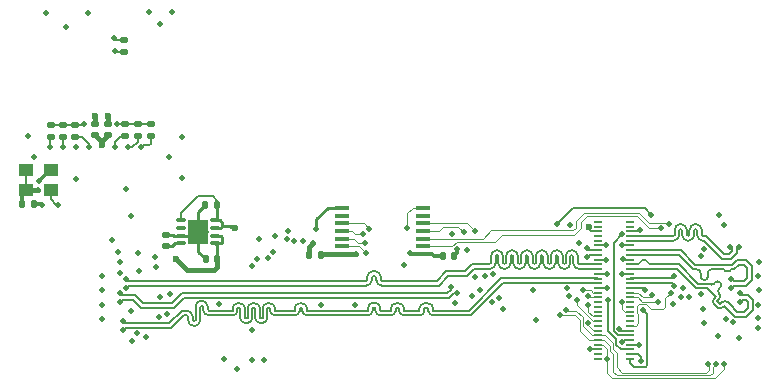
<source format=gbr>
%TF.GenerationSoftware,KiCad,Pcbnew,(6.0.7)*%
%TF.CreationDate,2022-09-26T14:07:28+03:00*%
%TF.ProjectId,202-combi-v0.2,3230322d-636f-46d6-9269-2d76302e322e,rev?*%
%TF.SameCoordinates,PX328b740PY3479d68*%
%TF.FileFunction,Copper,L6,Bot*%
%TF.FilePolarity,Positive*%
%FSLAX46Y46*%
G04 Gerber Fmt 4.6, Leading zero omitted, Abs format (unit mm)*
G04 Created by KiCad (PCBNEW (6.0.7)) date 2022-09-26 14:07:28*
%MOMM*%
%LPD*%
G01*
G04 APERTURE LIST*
G04 Aperture macros list*
%AMRoundRect*
0 Rectangle with rounded corners*
0 $1 Rounding radius*
0 $2 $3 $4 $5 $6 $7 $8 $9 X,Y pos of 4 corners*
0 Add a 4 corners polygon primitive as box body*
4,1,4,$2,$3,$4,$5,$6,$7,$8,$9,$2,$3,0*
0 Add four circle primitives for the rounded corners*
1,1,$1+$1,$2,$3*
1,1,$1+$1,$4,$5*
1,1,$1+$1,$6,$7*
1,1,$1+$1,$8,$9*
0 Add four rect primitives between the rounded corners*
20,1,$1+$1,$2,$3,$4,$5,0*
20,1,$1+$1,$4,$5,$6,$7,0*
20,1,$1+$1,$6,$7,$8,$9,0*
20,1,$1+$1,$8,$9,$2,$3,0*%
G04 Aperture macros list end*
%TA.AperFunction,SMDPad,CuDef*%
%ADD10R,0.660400X0.254000*%
%TD*%
%TA.AperFunction,SMDPad,CuDef*%
%ADD11RoundRect,0.075000X0.325000X0.075000X-0.325000X0.075000X-0.325000X-0.075000X0.325000X-0.075000X0*%
%TD*%
%TA.AperFunction,SMDPad,CuDef*%
%ADD12R,1.700000X2.050000*%
%TD*%
%TA.AperFunction,SMDPad,CuDef*%
%ADD13RoundRect,0.140000X-0.170000X0.140000X-0.170000X-0.140000X0.170000X-0.140000X0.170000X0.140000X0*%
%TD*%
%TA.AperFunction,SMDPad,CuDef*%
%ADD14RoundRect,0.140000X0.140000X0.170000X-0.140000X0.170000X-0.140000X-0.170000X0.140000X-0.170000X0*%
%TD*%
%TA.AperFunction,SMDPad,CuDef*%
%ADD15RoundRect,0.135000X0.185000X-0.135000X0.185000X0.135000X-0.185000X0.135000X-0.185000X-0.135000X0*%
%TD*%
%TA.AperFunction,SMDPad,CuDef*%
%ADD16RoundRect,0.135000X-0.185000X0.135000X-0.185000X-0.135000X0.185000X-0.135000X0.185000X0.135000X0*%
%TD*%
%TA.AperFunction,SMDPad,CuDef*%
%ADD17R,1.200000X0.400000*%
%TD*%
%TA.AperFunction,SMDPad,CuDef*%
%ADD18R,1.300000X1.100000*%
%TD*%
%TA.AperFunction,SMDPad,CuDef*%
%ADD19RoundRect,0.140000X-0.140000X-0.170000X0.140000X-0.170000X0.140000X0.170000X-0.140000X0.170000X0*%
%TD*%
%TA.AperFunction,SMDPad,CuDef*%
%ADD20RoundRect,0.140000X0.170000X-0.140000X0.170000X0.140000X-0.170000X0.140000X-0.170000X-0.140000X0*%
%TD*%
%TA.AperFunction,ViaPad*%
%ADD21C,0.500000*%
%TD*%
%TA.AperFunction,ViaPad*%
%ADD22C,0.600000*%
%TD*%
%TA.AperFunction,Conductor*%
%ADD23C,0.120000*%
%TD*%
%TA.AperFunction,Conductor*%
%ADD24C,0.400000*%
%TD*%
%TA.AperFunction,Conductor*%
%ADD25C,0.150000*%
%TD*%
%TA.AperFunction,Conductor*%
%ADD26C,0.250000*%
%TD*%
%TA.AperFunction,Conductor*%
%ADD27C,0.127000*%
%TD*%
%TA.AperFunction,Conductor*%
%ADD28C,0.200000*%
%TD*%
%TA.AperFunction,Conductor*%
%ADD29C,0.300000*%
%TD*%
%TA.AperFunction,Conductor*%
%ADD30C,0.176000*%
%TD*%
G04 APERTURE END LIST*
D10*
%TO.P,P8,1,LEFT_CSI3+*%
%TO.N,unconnected-(P8-Pad1)*%
X52495001Y-19175001D03*
%TO.P,P8,2,reserved*%
%TO.N,unconnected-(P8-Pad2)*%
X49784999Y-19175001D03*
%TO.P,P8,3,LEFT_CSI3-*%
%TO.N,unconnected-(P8-Pad3)*%
X52495001Y-19575001D03*
%TO.P,P8,4,reserved*%
%TO.N,unconnected-(P8-Pad4)*%
X49784999Y-19575001D03*
%TO.P,P8,5,GND*%
%TO.N,GND*%
X52495001Y-19975000D03*
%TO.P,P8,6,3V3*%
%TO.N,+3.3V*%
X49784999Y-19975000D03*
%TO.P,P8,7,LEFT_CSI2+*%
%TO.N,/CSI_L_RX_D2_P*%
X52495001Y-20375002D03*
%TO.P,P8,8,reserved*%
%TO.N,unconnected-(P8-Pad8)*%
X49784999Y-20375002D03*
%TO.P,P8,9,LEFT_CSI2-*%
%TO.N,/CSI_L_RX_D2_N*%
X52495001Y-20775001D03*
%TO.P,P8,10,reserved*%
%TO.N,unconnected-(P8-Pad10)*%
X49784999Y-20775001D03*
%TO.P,P8,11,GND*%
%TO.N,GND*%
X52495001Y-21175000D03*
%TO.P,P8,12,1V8*%
%TO.N,+1V8*%
X49784999Y-21175000D03*
%TO.P,P8,13,LEFT_CSI1+*%
%TO.N,/CSI_L_RX_D1_P*%
X52495001Y-21574999D03*
%TO.P,P8,14,RIGHT_CSI1+*%
%TO.N,/CSI_R_RX_D1_P*%
X49784999Y-21574999D03*
%TO.P,P8,15,LEFT_CSI1-*%
%TO.N,/CSI_L_RX_D1_N*%
X52495001Y-21975001D03*
%TO.P,P8,16,RIGHT_CSI1-*%
%TO.N,/CSI_R_RX_D1_N*%
X49784999Y-21975001D03*
%TO.P,P8,17,GND*%
%TO.N,GND*%
X52495001Y-22375000D03*
%TO.P,P8,18,GND*%
X49784999Y-22375000D03*
%TO.P,P8,19,LEFT_CSI0+*%
%TO.N,/CSI_L_RX_D0_P*%
X52495001Y-22774999D03*
%TO.P,P8,20,RIGHT_CSI0+*%
%TO.N,/CSI_R_RX_D0_P*%
X49784999Y-22774999D03*
%TO.P,P8,21,LEFT_CSI0-*%
%TO.N,/CSI_L_RX_D0_N*%
X52495001Y-23175001D03*
%TO.P,P8,22,RIGHT_CSI0-*%
%TO.N,/CSI_R_RX_D0_N*%
X49784999Y-23175001D03*
%TO.P,P8,23,GND*%
%TO.N,GND*%
X52495001Y-23575000D03*
%TO.P,P8,24,3V3*%
%TO.N,+3.3V*%
X49784999Y-23575000D03*
%TO.P,P8,25,LEFT_CSI_CLK+*%
%TO.N,/CSI_L_RX_CLK_P*%
X52495001Y-23974999D03*
%TO.P,P8,26,RIGHT_CSI_CLK+*%
%TO.N,/CSI_R_RX_CLK_P*%
X49784999Y-23974999D03*
%TO.P,P8,27,LEFT_CSI_CLK-*%
%TO.N,/CSI_L_RX_CLK_N*%
X52495001Y-24375001D03*
%TO.P,P8,28,RIGHT_CSI_CLK-*%
%TO.N,/CSI_R_RX_CLK_N*%
X49784999Y-24375001D03*
%TO.P,P8,29,GND*%
%TO.N,GND*%
X52495001Y-24775000D03*
%TO.P,P8,30,1V8*%
%TO.N,+1V8*%
X49784999Y-24775000D03*
%TO.P,P8,31,LEFT_SCL*%
%TO.N,/LEFT_SCL*%
X52495001Y-25175000D03*
%TO.P,P8,32,RIGHT_SCL*%
%TO.N,/RIGHT_SCL*%
X49784999Y-25175000D03*
%TO.P,P8,33,LEFT_SDA*%
%TO.N,/LEFT_SDA*%
X52495001Y-25574999D03*
%TO.P,P8,34,RIGHT_SDA*%
%TO.N,/RIGHT_SDA*%
X49784999Y-25574999D03*
%TO.P,P8,35,NC*%
%TO.N,unconnected-(P8-Pad35)*%
X52495001Y-25975001D03*
%TO.P,P8,36,STEM_SCL*%
%TO.N,/STEM_SCL*%
X49784999Y-25975001D03*
%TO.P,P8,37,NC*%
%TO.N,unconnected-(P8-Pad37)*%
X52495001Y-26375000D03*
%TO.P,P8,38,STEM_SDA*%
%TO.N,/STEM_SDA*%
X49784999Y-26375000D03*
%TO.P,P8,39,OE_CAM*%
%TO.N,/OE_CAM*%
X52495001Y-26774999D03*
%TO.P,P8,40,STEM_INT*%
%TO.N,/STEM_INT*%
X49784999Y-26774999D03*
%TO.P,P8,41,OE_SOUND*%
%TO.N,unconnected-(P8-Pad41)*%
X52495001Y-27175001D03*
%TO.P,P8,42,SYS_SCL*%
%TO.N,/SYS_SCL*%
X49784999Y-27175001D03*
%TO.P,P8,43,SYS_PRG#*%
%TO.N,unconnected-(P8-Pad43)*%
X52495001Y-27575000D03*
%TO.P,P8,44,SYS_SDA*%
%TO.N,/SYS_SDA*%
X49784999Y-27575000D03*
%TO.P,P8,45,SYS_EX_nINT*%
%TO.N,/SYS_EX_nINT*%
X52495001Y-27974999D03*
%TO.P,P8,46,MCU_SYS_INT*%
%TO.N,unconnected-(P8-Pad46)*%
X49784999Y-27974999D03*
%TO.P,P8,47,SD_CS_SOM*%
%TO.N,/CDS*%
X52495001Y-28374998D03*
%TO.P,P8,48,I2S_D2*%
%TO.N,/I2S_D2*%
X49784999Y-28374998D03*
%TO.P,P8,49,SD_D3*%
%TO.N,/DAT3*%
X52495001Y-28775000D03*
%TO.P,P8,50,I2S_D1*%
%TO.N,/I2S_D1*%
X49784999Y-28775000D03*
%TO.P,P8,51,SD_D2*%
%TO.N,/DAT2*%
X52495001Y-29174999D03*
%TO.P,P8,52,I2S_LRCLK*%
%TO.N,/I2S_LRCLK*%
X49784999Y-29174999D03*
%TO.P,P8,53,SD_D1*%
%TO.N,/DAT1*%
X52495001Y-29574998D03*
%TO.P,P8,54,I2S_SCK*%
%TO.N,/I2S_SCK*%
X49784999Y-29574998D03*
%TO.P,P8,55,SD_D0*%
%TO.N,/DAT0*%
X52495001Y-29975000D03*
%TO.P,P8,56,GND*%
%TO.N,GND*%
X49784999Y-29975000D03*
%TO.P,P8,57,SD_CLK*%
%TO.N,/CLK*%
X52495001Y-30374999D03*
%TO.P,P8,58,USD_D+*%
%TO.N,unconnected-(P8-Pad58)*%
X49784999Y-30374999D03*
%TO.P,P8,59,SD_CMD*%
%TO.N,/CMD*%
X52495001Y-30774999D03*
%TO.P,P8,60,USB_D-*%
%TO.N,unconnected-(P8-Pad60)*%
X49784999Y-30774999D03*
%TD*%
D11*
%TO.P,U6,1,IN*%
%TO.N,+3.3V*%
X17362500Y-19050000D03*
%TO.P,U6,2,IN*%
X17362500Y-19700000D03*
%TO.P,U6,3,OUT*%
%TO.N,+2V8*%
X17362500Y-20350000D03*
%TO.P,U6,4,OUT*%
X17362500Y-21000000D03*
%TO.P,U6,5,NR/FB*%
%TO.N,Net-(C20-Pad1)*%
X14462500Y-21000000D03*
%TO.P,U6,6,GND*%
%TO.N,GND*%
X14462500Y-20350000D03*
%TO.P,U6,7,N/C*%
%TO.N,unconnected-(U6-Pad7)*%
X14462500Y-19700000D03*
%TO.P,U6,8,EN*%
%TO.N,+3.3V*%
X14462500Y-19050000D03*
D12*
%TO.P,U6,9,EP*%
%TO.N,GND*%
X15912500Y-20025000D03*
%TD*%
D13*
%TO.P,C1,1*%
%TO.N,GND*%
X8230000Y-10885000D03*
%TO.P,C1,2*%
%TO.N,+3.3V*%
X8230000Y-11845000D03*
%TD*%
D14*
%TO.P,C11,1*%
%TO.N,+3.3V*%
X26280000Y-21975000D03*
%TO.P,C11,2*%
%TO.N,GND*%
X25320000Y-21975000D03*
%TD*%
D15*
%TO.P,R8,1*%
%TO.N,/CLK*%
X5475000Y-11960000D03*
%TO.P,R8,2*%
%TO.N,+3.3V*%
X5475000Y-10940000D03*
%TD*%
%TO.P,R5,1*%
%TO.N,/DAT2*%
X11875000Y-11900000D03*
%TO.P,R5,2*%
%TO.N,+3.3V*%
X11875000Y-10880000D03*
%TD*%
%TO.P,R9,1*%
%TO.N,/DAT0*%
X4450000Y-11960000D03*
%TO.P,R9,2*%
%TO.N,+3.3V*%
X4450000Y-10940000D03*
%TD*%
%TO.P,R7,1*%
%TO.N,/CMD*%
X9700000Y-11900000D03*
%TO.P,R7,2*%
%TO.N,+3.3V*%
X9700000Y-10880000D03*
%TD*%
D16*
%TO.P,R11,1*%
%TO.N,/CDS*%
X9600000Y-3765000D03*
%TO.P,R11,2*%
%TO.N,+3.3V*%
X9600000Y-4785000D03*
%TD*%
D17*
%TO.P,U1,1,VCCA*%
%TO.N,+3.3V*%
X28050000Y-21900000D03*
%TO.P,U1,2,A1*%
%TO.N,/I2C_SCL_1v8_LEFT*%
X28050000Y-21250000D03*
%TO.P,U1,3,A2*%
%TO.N,/I2C_SDA_1v8_LEFT*%
X28050000Y-20600000D03*
%TO.P,U1,4,A3*%
%TO.N,/I2C_SCL_1v8_RIGHT*%
X28050000Y-19950000D03*
%TO.P,U1,5,A4*%
%TO.N,/I2C_SDA_1v8_RIGHT*%
X28050000Y-19300000D03*
%TO.P,U1,6*%
%TO.N,N/C*%
X28050000Y-18650000D03*
%TO.P,U1,7,GND*%
%TO.N,GND*%
X28050000Y-18000000D03*
%TO.P,U1,8,OE*%
%TO.N,/OE_CAM*%
X34950000Y-18000000D03*
%TO.P,U1,9*%
%TO.N,N/C*%
X34950000Y-18650000D03*
%TO.P,U1,10,B4*%
%TO.N,/RIGHT_SDA*%
X34950000Y-19300000D03*
%TO.P,U1,11,B3*%
%TO.N,/RIGHT_SCL*%
X34950000Y-19950000D03*
%TO.P,U1,12,B2*%
%TO.N,/LEFT_SDA*%
X34950000Y-20600000D03*
%TO.P,U1,13,B1*%
%TO.N,/LEFT_SCL*%
X34950000Y-21250000D03*
%TO.P,U1,14,VCCB*%
%TO.N,+1V8*%
X34950000Y-21900000D03*
%TD*%
D13*
%TO.P,C2,1*%
%TO.N,GND*%
X7200000Y-10895000D03*
%TO.P,C2,2*%
%TO.N,+3.3V*%
X7200000Y-11855000D03*
%TD*%
D15*
%TO.P,R10,1*%
%TO.N,/DAT1*%
X3400000Y-11960000D03*
%TO.P,R10,2*%
%TO.N,+3.3V*%
X3400000Y-10940000D03*
%TD*%
D18*
%TO.P,U3,1,TRI-STATE*%
%TO.N,+3.3V*%
X1345900Y-14800000D03*
%TO.P,U3,2,GND/CASE*%
%TO.N,GND*%
X3454100Y-14800000D03*
%TO.P,U3,3,OUTPUT*%
%TO.N,/EXTCLK*%
X3454100Y-16450000D03*
%TO.P,U3,4,VDD*%
%TO.N,+3.3V*%
X1345900Y-16450000D03*
%TD*%
D19*
%TO.P,C18,1*%
%TO.N,+3.3V*%
X1020000Y-17675000D03*
%TO.P,C18,2*%
%TO.N,GND*%
X1980000Y-17675000D03*
%TD*%
%TO.P,C9,1*%
%TO.N,+1V8*%
X36620000Y-22075000D03*
%TO.P,C9,2*%
%TO.N,GND*%
X37580000Y-22075000D03*
%TD*%
D14*
%TO.P,C21,1*%
%TO.N,+2V8*%
X17505000Y-22350000D03*
%TO.P,C21,2*%
%TO.N,GND*%
X16545000Y-22350000D03*
%TD*%
D20*
%TO.P,C20,1*%
%TO.N,Net-(C20-Pad1)*%
X13200000Y-21230000D03*
%TO.P,C20,2*%
%TO.N,GND*%
X13200000Y-20270000D03*
%TD*%
D14*
%TO.P,C19,1*%
%TO.N,+3.3V*%
X17480000Y-17725000D03*
%TO.P,C19,2*%
%TO.N,GND*%
X16520000Y-17725000D03*
%TD*%
D15*
%TO.P,R6,1*%
%TO.N,/DAT3*%
X10795000Y-11900000D03*
%TO.P,R6,2*%
%TO.N,+3.3V*%
X10795000Y-10880000D03*
%TD*%
D21*
%TO.N,/SYS_EX_nINT*%
X48175000Y-20925000D03*
X55900000Y-25175000D03*
D22*
%TO.N,+2V8*%
X14050000Y-22350000D03*
%TO.N,+3.3V*%
X19000000Y-19675000D03*
D21*
%TO.N,GND*%
X16525000Y-20025000D03*
X15325000Y-20025000D03*
X15912500Y-20025000D03*
X51825000Y-23575000D03*
X53275000Y-19825000D03*
X6550000Y-1525000D03*
X13675000Y-1425000D03*
X20475000Y-30875000D03*
X44250000Y-24950000D03*
X50450000Y-22375000D03*
X53725000Y-24950000D03*
D22*
X7175000Y-10200000D03*
D21*
X63300000Y-26175000D03*
X18125000Y-30825000D03*
X37400000Y-20175000D03*
X2675000Y-17750000D03*
X7800000Y-23775000D03*
X49050000Y-29975000D03*
X9825000Y-16375000D03*
X9250000Y-23500000D03*
X7725000Y-27425000D03*
X12700000Y-2425000D03*
X51800000Y-21175000D03*
X23475000Y-19950000D03*
D22*
X8225000Y-10175000D03*
D21*
X14550000Y-15425000D03*
X17650000Y-26150000D03*
X5550000Y-15575000D03*
X11750000Y-1425000D03*
X63350000Y-22575000D03*
X37800000Y-21450000D03*
X29150000Y-26200000D03*
X7750000Y-24975000D03*
X10850000Y-23375000D03*
X13450000Y-13725000D03*
X37625000Y-26025000D03*
X3050000Y-1525000D03*
X4750000Y-2650000D03*
X1500000Y-11875000D03*
X63300000Y-23775000D03*
X7775000Y-26175000D03*
X63300000Y-28175000D03*
X25900000Y-19800000D03*
X63350000Y-24950000D03*
X2025000Y-13725000D03*
X51850000Y-22350000D03*
X58625000Y-26575000D03*
X5550000Y-12875000D03*
X25650000Y-20950000D03*
X9125000Y-21750000D03*
X47375000Y-19475000D03*
X14525000Y-12025000D03*
X2450000Y-15725000D03*
%TO.N,+3.3V*%
X10825000Y-21800000D03*
X50500000Y-23575000D03*
X8850000Y-4750000D03*
X29250000Y-21900000D03*
X59900000Y-28825000D03*
X9000000Y-10875000D03*
X6225000Y-10925000D03*
X2325000Y-16450000D03*
D22*
X48975000Y-19650000D03*
D21*
X10225000Y-18650000D03*
D22*
X7747998Y-12647998D03*
D21*
%TO.N,+1V8*%
X24800000Y-20825000D03*
X12350000Y-22975000D03*
X60575000Y-27400000D03*
X21500000Y-30900000D03*
X44475000Y-27525000D03*
X33850000Y-21825000D03*
X50525000Y-24775000D03*
X50462500Y-21175000D03*
%TO.N,+2V8*%
X12250000Y-22175000D03*
X58750000Y-27775000D03*
%TO.N,/EXTCLK*%
X4075000Y-17725000D03*
X54275000Y-18575000D03*
X46250000Y-19375000D03*
%TO.N,/LEFT_SCL*%
X55125000Y-19700000D03*
X54300000Y-25400000D03*
%TO.N,/RIGHT_SCL*%
X48475000Y-24950000D03*
X38400000Y-20075000D03*
%TO.N,/LEFT_SDA*%
X54825000Y-25925000D03*
X55800000Y-19325000D03*
%TO.N,/RIGHT_SDA*%
X48912500Y-25425000D03*
X39375000Y-19975000D03*
%TO.N,/LEFT_PWRDN*%
X20425000Y-22950000D03*
X41361535Y-25638596D03*
X60400000Y-19425000D03*
X63275000Y-27350000D03*
%TO.N,/LEFT_RESET*%
X20875000Y-22350000D03*
X60025000Y-18575000D03*
X61660439Y-29010439D03*
X40748433Y-25948433D03*
%TO.N,/LEFT_ATT_INT*%
X61200000Y-27675000D03*
X41675000Y-26520500D03*
%TO.N,/LEFT_ATT_XSHUT*%
X58474500Y-25250000D03*
X39800000Y-24925000D03*
%TO.N,/RIGHT_PWRDN*%
X26275000Y-26175000D03*
X39050000Y-25425000D03*
X9300000Y-22575000D03*
%TO.N,/RIGHT_RESET*%
X21025000Y-20640500D03*
X8575000Y-20750000D03*
X40850000Y-23625000D03*
%TO.N,/RIGHT_ATT_INT*%
X40225000Y-23775000D03*
X21775500Y-22275000D03*
X22377061Y-20347939D03*
X13550000Y-25275000D03*
%TO.N,/RIGHT_ATT_XSHUT*%
X22200000Y-21700000D03*
X12700000Y-25525000D03*
X39300000Y-23825000D03*
%TO.N,Net-(R4-Pad1)*%
X20425000Y-28300000D03*
X19200000Y-31625000D03*
%TO.N,/SYS_SDA_1V8*%
X24000000Y-20800000D03*
X47147939Y-24802061D03*
%TO.N,/SYS_SCL_1V8*%
X47300000Y-25475000D03*
X23400000Y-20600000D03*
%TO.N,/DAT2*%
X51750000Y-29375000D03*
X11050000Y-12825000D03*
%TO.N,/DAT3*%
X51800000Y-20200000D03*
X9950000Y-12850000D03*
%TO.N,/CMD*%
X8850000Y-12850000D03*
X53550000Y-26625000D03*
%TO.N,/CLK*%
X6650000Y-12850000D03*
X53400000Y-30975000D03*
%TO.N,/DAT0*%
X50575000Y-25800000D03*
X4450000Y-12800000D03*
%TO.N,/DAT1*%
X3350000Y-12825000D03*
X53225000Y-29575000D03*
%TO.N,/CDS*%
X51562500Y-28225000D03*
X8762500Y-3587500D03*
%TO.N,/I2C_SCL_1v8_LEFT*%
X56125000Y-26150000D03*
X30125000Y-21850000D03*
%TO.N,/I2C_SDA_1v8_LEFT*%
X30000000Y-20925000D03*
X57469990Y-25569990D03*
%TO.N,/I2S_SCK*%
X50550000Y-30750000D03*
X10275000Y-29225000D03*
X56813628Y-25508498D03*
X60400000Y-31225000D03*
%TO.N,/I2S_LRCLK*%
X10725000Y-28625000D03*
X56925000Y-24775000D03*
X46550000Y-27081500D03*
X59763999Y-31216378D03*
%TO.N,/I2S_D1*%
X58475000Y-22100000D03*
X59100000Y-31225000D03*
X12550000Y-27200000D03*
X47075000Y-26625000D03*
%TO.N,/I2S_D2*%
X58700000Y-21475000D03*
X11525000Y-28925000D03*
X48900000Y-27750000D03*
%TO.N,/CSI_L_RX_CLK_N*%
X56172745Y-24565000D03*
%TO.N,/CSI_L_RX_CLK_P*%
X56172745Y-23785000D03*
%TO.N,/CSI_L_RX_D2_N*%
X61690000Y-21300000D03*
%TO.N,/CSI_L_RX_D2_P*%
X60910000Y-21300000D03*
%TO.N,/CSI_L_RX_D1_N*%
X61050000Y-23975845D03*
%TO.N,/CSI_L_RX_D1_P*%
X61050000Y-24755845D03*
%TO.N,/CSI_L_RX_D0_N*%
X61753547Y-25175845D03*
%TO.N,/CSI_L_RX_D0_P*%
X61753547Y-25955845D03*
%TO.N,/I2C_SCL_1v8_RIGHT*%
X29875000Y-20225000D03*
X13275000Y-26975000D03*
%TO.N,/I2C_SDA_1v8_RIGHT*%
X30375000Y-19775000D03*
X10175000Y-26750000D03*
%TO.N,/CSI_R_RX_CLK_N*%
X9539755Y-28374155D03*
%TO.N,/CSI_R_RX_CLK_P*%
X9539755Y-27594155D03*
%TO.N,/CSI_R_RX_D1_N*%
X48804545Y-22165000D03*
X9263544Y-25974155D03*
X37822935Y-25203609D03*
%TO.N,/CSI_R_RX_D1_P*%
X48804545Y-21385000D03*
X37271391Y-24652065D03*
X9263544Y-25194155D03*
%TO.N,/CSI_R_RX_D0_N*%
X9750000Y-24774155D03*
%TO.N,/CSI_R_RX_D0_P*%
X9750000Y-23994155D03*
%TO.N,/OE_CAM*%
X33600000Y-19725000D03*
X51800000Y-26000000D03*
%TO.N,/SYS_SCL*%
X48900000Y-26225000D03*
X33350000Y-22825000D03*
%TO.N,/SYS_SDA*%
X38675000Y-21525000D03*
X47939447Y-25819144D03*
%TD*%
D23*
%TO.N,/SYS_EX_nINT*%
X55450000Y-25625000D02*
X55900000Y-25175000D01*
X55450000Y-26350000D02*
X55450000Y-25625000D01*
X54225000Y-26550000D02*
X55250000Y-26550000D01*
X53075000Y-26875000D02*
X53075000Y-26300000D01*
X53175000Y-26975000D02*
X53075000Y-26875000D01*
X53225000Y-26150000D02*
X53825000Y-26150000D01*
X53175000Y-27750000D02*
X53175000Y-26975000D01*
X53075000Y-26300000D02*
X53225000Y-26150000D01*
X53825000Y-26150000D02*
X54225000Y-26550000D01*
X52950001Y-27974999D02*
X53175000Y-27750000D01*
X55250000Y-26550000D02*
X55450000Y-26350000D01*
X52495001Y-27974999D02*
X52950001Y-27974999D01*
%TO.N,/LEFT_SDA*%
X53450000Y-25925000D02*
X54825000Y-25925000D01*
X53099999Y-25574999D02*
X53450000Y-25925000D01*
X52495001Y-25574999D02*
X53099999Y-25574999D01*
D24*
%TO.N,+2V8*%
X14925000Y-23225000D02*
X14050000Y-22350000D01*
X17275000Y-23225000D02*
X14925000Y-23225000D01*
X17505000Y-22995000D02*
X17275000Y-23225000D01*
X17505000Y-22350000D02*
X17505000Y-22995000D01*
D25*
%TO.N,+3.3V*%
X18700000Y-19675000D02*
X19000000Y-19675000D01*
X18675000Y-19650000D02*
X18700000Y-19675000D01*
D26*
X18575000Y-19550000D02*
X18675000Y-19650000D01*
X17950000Y-19550000D02*
X18575000Y-19550000D01*
D25*
X17480000Y-17380000D02*
X17480000Y-17725000D01*
X17125000Y-17025000D02*
X17480000Y-17380000D01*
X15875000Y-17025000D02*
X17125000Y-17025000D01*
X14462500Y-18437500D02*
X15875000Y-17025000D01*
X14462500Y-19050000D02*
X14462500Y-18437500D01*
D26*
%TO.N,Net-(C20-Pad1)*%
X14437500Y-20975000D02*
X14462500Y-21000000D01*
X13950000Y-20975000D02*
X14437500Y-20975000D01*
X13695000Y-21230000D02*
X13950000Y-20975000D01*
X13200000Y-21230000D02*
X13695000Y-21230000D01*
%TO.N,GND*%
X13875000Y-20350000D02*
X14462500Y-20350000D01*
X13795000Y-20270000D02*
X13875000Y-20350000D01*
X13200000Y-20270000D02*
X13795000Y-20270000D01*
X15587500Y-20350000D02*
X15912500Y-20025000D01*
X14462500Y-20350000D02*
X15587500Y-20350000D01*
X15912500Y-18332500D02*
X15912500Y-20025000D01*
X16520000Y-17725000D02*
X15912500Y-18332500D01*
%TO.N,+3.3V*%
X17480000Y-18932500D02*
X17362500Y-19050000D01*
X17480000Y-17725000D02*
X17480000Y-18932500D01*
X17750000Y-19050000D02*
X17362500Y-19050000D01*
X17950000Y-19250000D02*
X17750000Y-19050000D01*
X17950000Y-19550000D02*
X17950000Y-19250000D01*
X17800000Y-19700000D02*
X17950000Y-19550000D01*
X17362500Y-19700000D02*
X17800000Y-19700000D01*
%TO.N,GND*%
X16545000Y-22350000D02*
X15912500Y-21717500D01*
X15912500Y-21717500D02*
X15912500Y-20025000D01*
%TO.N,+2V8*%
X17505000Y-21142500D02*
X17362500Y-21000000D01*
X17505000Y-22350000D02*
X17505000Y-21142500D01*
X17875000Y-21000000D02*
X17362500Y-21000000D01*
X17925000Y-20950000D02*
X17875000Y-21000000D01*
X17925000Y-20425000D02*
X17925000Y-20950000D01*
X17362500Y-20350000D02*
X17850000Y-20350000D01*
X17850000Y-20350000D02*
X17925000Y-20425000D01*
D27*
%TO.N,/CSI_L_RX_D0_N*%
X62425139Y-25362345D02*
X61940047Y-25362345D01*
X62840231Y-26622563D02*
X62840231Y-25777437D01*
X62256731Y-27206063D02*
X62840231Y-26622563D01*
X61393269Y-27206063D02*
X62256731Y-27206063D01*
X60312230Y-26412818D02*
X60312229Y-26412819D01*
X58090706Y-24803500D02*
X58990706Y-24803500D01*
X59576129Y-26167052D02*
X59576129Y-26167053D01*
X56465706Y-23178500D02*
X58090706Y-24803500D01*
X52495001Y-23175001D02*
X52498500Y-23178500D01*
X62840231Y-25777437D02*
X62425139Y-25362345D01*
X60312268Y-26412856D02*
G75*
G02*
X59821895Y-26412819I-245168J245156D01*
G01*
X60312229Y-26412819D02*
X60456126Y-26268921D01*
%TO.N,/CSI_L_RX_D0_P*%
X61940047Y-25769345D02*
X61753547Y-25955845D01*
X62256551Y-25769345D02*
X61940047Y-25769345D01*
X62433231Y-25946025D02*
X62256551Y-25769345D01*
X62088143Y-26799063D02*
X62433231Y-26453975D01*
X61561857Y-26799063D02*
X62088143Y-26799063D01*
%TO.N,/CSI_L_RX_D0_N*%
X61940047Y-25362345D02*
X61753547Y-25175845D01*
%TO.N,/CSI_L_RX_D0_P*%
X60743920Y-25981127D02*
X60904435Y-26141641D01*
X60109688Y-26125024D02*
X60253586Y-25981127D01*
X60101231Y-24727356D02*
X60007821Y-24820763D01*
%TO.N,/CSI_L_RX_D0_N*%
X52498500Y-23178500D02*
X56465706Y-23178500D01*
%TO.N,/CSI_L_RX_D0_P*%
X60101230Y-24727357D02*
X60101231Y-24727356D01*
%TO.N,/CSI_L_RX_D0_N*%
X59720027Y-25532820D02*
X59576129Y-25676718D01*
%TO.N,/CSI_L_RX_D0_P*%
X59583559Y-24396499D02*
X59583558Y-24396500D01*
%TO.N,/CSI_L_RX_D0_N*%
X59576129Y-26167053D02*
X59821895Y-26412819D01*
%TO.N,/CSI_L_RX_D0_P*%
X58259294Y-24396500D02*
X59159294Y-24396500D01*
X54371500Y-22771500D02*
X56634294Y-22771500D01*
%TO.N,/CSI_L_RX_D0_N*%
X60456126Y-26268921D02*
X61393269Y-27206063D01*
%TO.N,/CSI_L_RX_D0_P*%
X54121500Y-22771500D02*
X54371500Y-22771500D01*
X53521500Y-22421500D02*
X53771500Y-22421500D01*
X52498500Y-22771500D02*
X53171500Y-22771500D01*
X52495001Y-22774999D02*
X52498500Y-22771500D01*
X59583558Y-24396500D02*
X59676967Y-24303092D01*
X60743919Y-25981128D02*
G75*
G03*
X60253587Y-25981128I-245166J-245168D01*
G01*
X60007826Y-25735367D02*
G75*
G03*
X60007820Y-25245027I-245126J245167D01*
G01*
%TO.N,/CSI_L_RX_D0_N*%
X58990706Y-24803500D02*
X59720027Y-25532820D01*
%TO.N,/CSI_L_RX_D0_P*%
X60101206Y-24727333D02*
G75*
G03*
X60101231Y-24303092I-212106J212133D01*
G01*
X56634294Y-22771500D02*
X58259294Y-24396500D01*
X59583532Y-24396472D02*
G75*
G02*
X59159295Y-24396499I-212132J212072D01*
G01*
X54121500Y-22771500D02*
G75*
G02*
X53946500Y-22596500I0J175000D01*
G01*
%TO.N,/CSI_L_RX_D0_N*%
X59576115Y-26167066D02*
G75*
G02*
X59576130Y-25676719I245185J245166D01*
G01*
%TO.N,/CSI_L_RX_D0_P*%
X53946500Y-22596500D02*
G75*
G03*
X53771500Y-22421500I-175000J0D01*
G01*
X60007820Y-25735361D02*
X59863922Y-25879258D01*
X60007817Y-25245031D02*
G75*
G02*
X60007822Y-24820764I212183J212131D01*
G01*
X60904435Y-26141641D02*
X61561857Y-26799063D01*
X53521500Y-22421500D02*
G75*
G03*
X53346500Y-22596500I0J-175000D01*
G01*
X62433231Y-26453975D02*
X62433231Y-25946025D01*
X53346500Y-22596500D02*
G75*
G02*
X53171500Y-22771500I-175000J0D01*
G01*
X60007821Y-25245027D02*
X60007820Y-25245027D01*
X60101230Y-24303093D02*
G75*
G03*
X59676968Y-24303093I-212131J-212131D01*
G01*
X59863922Y-25879258D02*
X60109688Y-26125024D01*
%TO.N,/CSI_L_RX_D1_N*%
X52498500Y-21978500D02*
X52495001Y-21975001D01*
X56590706Y-21978500D02*
X52498500Y-21978500D01*
X57815706Y-23203500D02*
X56590706Y-21978500D01*
X58146500Y-23203500D02*
X57815706Y-23203500D01*
X58446500Y-23803500D02*
X58446500Y-23503500D01*
X59046500Y-23503500D02*
X59046500Y-23803500D01*
X60394074Y-23203500D02*
X59346500Y-23203500D01*
X60490574Y-23300000D02*
X60394074Y-23203500D01*
X61283486Y-23203500D02*
X61021500Y-23203500D01*
X61684293Y-22802693D02*
X61283486Y-23203500D01*
X62346500Y-23067608D02*
X62081585Y-22802693D01*
X60925000Y-23300000D02*
X60490574Y-23300000D01*
X62074861Y-24162345D02*
X62346500Y-23890706D01*
X62081585Y-22802693D02*
X61684293Y-22802693D01*
X62346500Y-23890706D02*
X62346500Y-23067608D01*
X61050000Y-23975845D02*
X61236500Y-24162345D01*
X61236500Y-24162345D02*
X62074861Y-24162345D01*
X58146500Y-23203500D02*
G75*
G02*
X58446500Y-23503500I0J-300000D01*
G01*
X58446500Y-23803500D02*
G75*
G03*
X58746500Y-24103500I300000J0D01*
G01*
X61021500Y-23203500D02*
X60925000Y-23300000D01*
X58746500Y-24103500D02*
G75*
G03*
X59046500Y-23803500I0J300000D01*
G01*
X59046500Y-23503500D02*
G75*
G02*
X59346500Y-23203500I300000J0D01*
G01*
%TO.N,/CSI_L_RX_D1_P*%
X61236500Y-24569345D02*
X61050000Y-24755845D01*
X62753500Y-24059294D02*
X62243449Y-24569345D01*
X62753500Y-22899020D02*
X62753500Y-24059294D01*
X62250173Y-22395693D02*
X62753500Y-22899020D01*
X61114898Y-22796500D02*
X61515705Y-22395693D01*
X57984294Y-22796500D02*
X61114898Y-22796500D01*
X62243449Y-24569345D02*
X61236500Y-24569345D01*
X56759294Y-21571500D02*
X57984294Y-22796500D01*
X61515705Y-22395693D02*
X62250173Y-22395693D01*
X52498500Y-21571500D02*
X56759294Y-21571500D01*
X52495001Y-21574999D02*
X52498500Y-21571500D01*
%TO.N,/CSI_L_RX_D2_N*%
X52498502Y-20778502D02*
X52495001Y-20775001D01*
X56074778Y-20778502D02*
X52498502Y-20778502D01*
X56117498Y-20778502D02*
X56074778Y-20778502D01*
X56637998Y-19873681D02*
X56637998Y-20258002D01*
X56864998Y-20258002D02*
X56864998Y-19873681D01*
X58132998Y-20258002D02*
X58132998Y-19873681D01*
X58740708Y-20778502D02*
X58653498Y-20778502D01*
X60257677Y-22295471D02*
X58740708Y-20778502D01*
X61053112Y-22295471D02*
X60257677Y-22295471D01*
X61503500Y-21845083D02*
X61053112Y-22295471D01*
X61503500Y-21486500D02*
X61503500Y-21845083D01*
X61690000Y-21300000D02*
X61503500Y-21486500D01*
X56751498Y-19760202D02*
G75*
G02*
X56864998Y-19873681I2J-113498D01*
G01*
X56864998Y-20258002D02*
G75*
G03*
X57385498Y-20778502I520502J2D01*
G01*
X58019498Y-19760202D02*
G75*
G02*
X58132998Y-19873681I2J-113498D01*
G01*
X58132998Y-20258002D02*
G75*
G03*
X58653498Y-20778502I520502J2D01*
G01*
%TO.N,/CSI_L_RX_D2_P*%
X52498501Y-20371502D02*
X52495001Y-20375002D01*
X56074778Y-20371502D02*
X52498501Y-20371502D01*
X56117498Y-20371502D02*
X56074778Y-20371502D01*
%TO.N,/CSI_L_RX_D2_N*%
X57905998Y-19873681D02*
X57905998Y-20258002D01*
%TO.N,/CSI_L_RX_D2_P*%
X57271998Y-20258002D02*
X57271998Y-19873681D01*
X57498998Y-19873681D02*
X57498998Y-20258002D01*
%TO.N,/CSI_L_RX_D2_N*%
X57905981Y-19873681D02*
G75*
G02*
X58019498Y-19760181I113519J-19D01*
G01*
%TO.N,/CSI_L_RX_D2_P*%
X58539998Y-20258002D02*
X58539998Y-19873681D01*
X58909296Y-20371502D02*
X58653498Y-20371502D01*
X60426265Y-21888471D02*
X58909296Y-20371502D01*
X60884524Y-21888471D02*
X60426265Y-21888471D01*
X61096500Y-21486500D02*
X61096500Y-21676495D01*
X56230998Y-19873681D02*
X56230998Y-20258002D01*
%TO.N,/CSI_L_RX_D2_N*%
X57385498Y-20778498D02*
G75*
G03*
X57905998Y-20258002I2J520498D01*
G01*
X56637981Y-19873681D02*
G75*
G02*
X56751498Y-19760181I113519J-19D01*
G01*
%TO.N,/CSI_L_RX_D2_P*%
X60910000Y-21300000D02*
X61096500Y-21486500D01*
X56230981Y-19873681D02*
G75*
G02*
X56751498Y-19353181I520519J-19D01*
G01*
X56751498Y-19353202D02*
G75*
G02*
X57271998Y-19873681I2J-520498D01*
G01*
X57271998Y-20258002D02*
G75*
G03*
X57385498Y-20371502I113502J2D01*
G01*
X56117498Y-20371498D02*
G75*
G03*
X56230998Y-20258002I2J113498D01*
G01*
X57498981Y-19873681D02*
G75*
G02*
X58019498Y-19353181I520519J-19D01*
G01*
%TO.N,/CSI_L_RX_D2_N*%
X56117498Y-20778498D02*
G75*
G03*
X56637998Y-20258002I2J520498D01*
G01*
%TO.N,/CSI_L_RX_D2_P*%
X57385498Y-20371498D02*
G75*
G03*
X57498998Y-20258002I2J113498D01*
G01*
X58539998Y-20258002D02*
G75*
G03*
X58653498Y-20371502I113502J2D01*
G01*
X61096500Y-21676495D02*
X60884524Y-21888471D01*
X58019498Y-19353202D02*
G75*
G02*
X58539998Y-19873681I2J-520498D01*
G01*
%TO.N,/CSI_R_RX_CLK_N*%
X9726255Y-28187655D02*
X9539755Y-28374155D01*
X13575139Y-28187655D02*
X9726255Y-28187655D01*
X14659294Y-27103500D02*
X13575139Y-28187655D01*
X15042000Y-27486500D02*
X15042000Y-27217000D01*
X16083000Y-27217000D02*
X16083000Y-27486500D01*
X16083000Y-26363500D02*
X16083000Y-27217000D01*
X16310000Y-26583000D02*
X16310000Y-26363500D01*
X18821500Y-27103500D02*
X16830500Y-27103500D01*
X19228500Y-26493000D02*
X19228500Y-26696500D01*
X19455500Y-26493000D02*
X19228500Y-26493000D01*
X19455500Y-27307000D02*
X19455500Y-26493000D01*
X20496500Y-26493000D02*
X20496500Y-27307000D01*
X20723500Y-26493000D02*
X20496500Y-26493000D01*
X21357500Y-27714000D02*
X21130500Y-27714000D01*
X21764500Y-26493000D02*
X21764500Y-27307000D01*
X21991500Y-26696500D02*
X21991500Y-26493000D01*
X23439552Y-27103500D02*
X22398500Y-27103500D01*
X24078500Y-27103500D02*
X23439552Y-27103500D01*
X24485500Y-26493000D02*
X24485500Y-26696500D01*
X24712500Y-26493000D02*
X24485500Y-26493000D01*
X24712500Y-26696500D02*
X24712500Y-26493000D01*
X30242066Y-27103500D02*
X30078500Y-27103500D01*
X30680783Y-26461282D02*
X30680783Y-26664783D01*
X30876066Y-26429565D02*
X30712500Y-26429565D01*
X31921500Y-27103500D02*
X31346500Y-27103500D01*
X32214500Y-27103500D02*
X31921500Y-27103500D01*
X32621500Y-26493000D02*
X32621500Y-26696500D01*
X32914500Y-26493000D02*
X32621500Y-26493000D01*
X32914500Y-26696500D02*
X32914500Y-26493000D01*
X34296500Y-27103500D02*
X33321500Y-27103500D01*
X34639500Y-27103500D02*
X34296500Y-27103500D01*
X35046500Y-26493000D02*
X35046500Y-26696500D01*
X35389500Y-26493000D02*
X35046500Y-26493000D01*
X35389500Y-26696500D02*
X35389500Y-26493000D01*
X39009294Y-27103500D02*
X35796500Y-27103500D01*
X41734294Y-24378500D02*
X39009294Y-27103500D01*
X49781500Y-24378500D02*
X41734294Y-24378500D01*
X14928500Y-27103500D02*
G75*
G02*
X15042000Y-27217000I0J-113500D01*
G01*
X15042000Y-27486500D02*
G75*
G03*
X15562500Y-28007000I520500J0D01*
G01*
X15562500Y-28007000D02*
G75*
G03*
X16083000Y-27486500I0J520500D01*
G01*
X16083000Y-26363500D02*
G75*
G02*
X16196500Y-26250000I113500J0D01*
G01*
X16196500Y-26250000D02*
G75*
G02*
X16310000Y-26363500I0J-113500D01*
G01*
X18821500Y-27103500D02*
G75*
G03*
X19228500Y-26696500I0J407000D01*
G01*
X19455500Y-27307000D02*
G75*
G03*
X19862500Y-27714000I407000J0D01*
G01*
X20089500Y-27714000D02*
G75*
G03*
X20496500Y-27307000I0J407000D01*
G01*
X20723500Y-27307000D02*
G75*
G03*
X21130500Y-27714000I407000J0D01*
G01*
X21357500Y-27714000D02*
G75*
G03*
X21764500Y-27307000I0J407000D01*
G01*
X24078500Y-27103500D02*
G75*
G03*
X24485500Y-26696500I0J407000D01*
G01*
X24712500Y-26696500D02*
G75*
G03*
X25119500Y-27103500I407000J0D01*
G01*
X30242066Y-27103483D02*
G75*
G03*
X30680783Y-26664783I34J438683D01*
G01*
X30680765Y-26461282D02*
G75*
G02*
X30712500Y-26429565I31735J-18D01*
G01*
X30876066Y-26429617D02*
G75*
G02*
X30907783Y-26461282I34J-31683D01*
G01*
X30907800Y-26664783D02*
G75*
G03*
X31346500Y-27103500I438700J-17D01*
G01*
X32914500Y-26696500D02*
G75*
G03*
X33321500Y-27103500I407000J0D01*
G01*
X30078500Y-27103500D02*
X25119500Y-27103500D01*
X34639500Y-27103500D02*
G75*
G03*
X35046500Y-26696500I0J407000D01*
G01*
X35389500Y-26696500D02*
G75*
G03*
X35796500Y-27103500I407000J0D01*
G01*
%TO.N,/CSI_R_RX_CLK_P*%
X9726255Y-27780655D02*
X9539755Y-27594155D01*
X14490706Y-26696500D02*
X13406551Y-27780655D01*
%TO.N,/CSI_R_RX_CLK_N*%
X21991500Y-26696500D02*
G75*
G03*
X22398500Y-27103500I407000J0D01*
G01*
%TO.N,/CSI_R_RX_CLK_P*%
X15449000Y-27486500D02*
X15449000Y-27217000D01*
X15676000Y-27217000D02*
X15676000Y-27486500D01*
X15676000Y-26363500D02*
X15676000Y-27217000D01*
X16717000Y-26583000D02*
X16717000Y-26363500D01*
X19455500Y-26086000D02*
X19228500Y-26086000D01*
X19862500Y-27307000D02*
X19862500Y-26493000D01*
%TO.N,/CSI_R_RX_CLK_N*%
X20723500Y-27307000D02*
X20723500Y-26493000D01*
%TO.N,/CSI_R_RX_CLK_P*%
X20089500Y-26493000D02*
X20089500Y-27307000D01*
X20723500Y-26086000D02*
X20496500Y-26086000D01*
X21130500Y-27307000D02*
X21130500Y-26493000D01*
X21357500Y-27307000D02*
X21130500Y-27307000D01*
X21991500Y-26086000D02*
X21764500Y-26086000D01*
X24078500Y-26493000D02*
X24078500Y-26696500D01*
X24712500Y-26086000D02*
X24485500Y-26086000D01*
X25119500Y-26696500D02*
X25119500Y-26493000D01*
X14928500Y-26696500D02*
X14490706Y-26696500D01*
X30078500Y-26696500D02*
X25119500Y-26696500D01*
X30273783Y-26461282D02*
X30273783Y-26664783D01*
X24078500Y-26696500D02*
X22398500Y-26696500D01*
X30876066Y-26022565D02*
X30712500Y-26022565D01*
%TO.N,/CSI_R_RX_CLK_N*%
X32214500Y-27103500D02*
G75*
G03*
X32621500Y-26696500I0J407000D01*
G01*
%TO.N,/CSI_R_RX_CLK_P*%
X32214500Y-26696500D02*
X31346500Y-26696500D01*
X32914500Y-26086000D02*
X32621500Y-26086000D01*
%TO.N,/CSI_R_RX_CLK_N*%
X16310000Y-26583000D02*
G75*
G03*
X16830500Y-27103500I520500J0D01*
G01*
%TO.N,/CSI_R_RX_CLK_P*%
X35389500Y-26086000D02*
X35046500Y-26086000D01*
X35796500Y-26696500D02*
X35796500Y-26493000D01*
X38840706Y-26696500D02*
X35796500Y-26696500D01*
X41565706Y-23971500D02*
X38840706Y-26696500D01*
X49784999Y-23974999D02*
X49781500Y-23971500D01*
X14928500Y-26696500D02*
G75*
G02*
X15449000Y-27217000I0J-520500D01*
G01*
X15449000Y-27486500D02*
G75*
G03*
X15562500Y-27600000I113500J0D01*
G01*
X15562500Y-27600000D02*
G75*
G03*
X15676000Y-27486500I0J113500D01*
G01*
%TO.N,/CSI_R_RX_CLK_N*%
X14928500Y-27103500D02*
X14659294Y-27103500D01*
%TO.N,/CSI_R_RX_CLK_P*%
X21357500Y-26493000D02*
X21357500Y-27307000D01*
X15676000Y-26363500D02*
G75*
G02*
X16196500Y-25843000I520500J0D01*
G01*
X16196500Y-25843000D02*
G75*
G02*
X16717000Y-26363500I0J-520500D01*
G01*
X16717000Y-26583000D02*
G75*
G03*
X16830500Y-26696500I113500J0D01*
G01*
X20089500Y-26493000D02*
G75*
G02*
X20496500Y-26086000I407000J0D01*
G01*
X33321500Y-26696500D02*
X33321500Y-26493000D01*
X20723500Y-26086000D02*
G75*
G02*
X21130500Y-26493000I0J-407000D01*
G01*
X32214500Y-26493000D02*
X32214500Y-26696500D01*
X21357500Y-26493000D02*
G75*
G02*
X21764500Y-26086000I407000J0D01*
G01*
X18821500Y-26493000D02*
G75*
G02*
X19228500Y-26086000I407000J0D01*
G01*
X20089500Y-27307000D02*
X19862500Y-27307000D01*
X21991500Y-26086000D02*
G75*
G02*
X22398500Y-26493000I0J-407000D01*
G01*
X24078500Y-26493000D02*
G75*
G02*
X24485500Y-26086000I407000J0D01*
G01*
X19455500Y-26086000D02*
G75*
G02*
X19862500Y-26493000I0J-407000D01*
G01*
X49781500Y-23971500D02*
X41565706Y-23971500D01*
X34639500Y-26493000D02*
X34639500Y-26696500D01*
X24712500Y-26086000D02*
G75*
G02*
X25119500Y-26493000I0J-407000D01*
G01*
X13406551Y-27780655D02*
X9726255Y-27780655D01*
X32214500Y-26493000D02*
G75*
G02*
X32621500Y-26086000I407000J0D01*
G01*
%TO.N,/CSI_R_RX_CLK_N*%
X20089500Y-27714000D02*
X19862500Y-27714000D01*
%TO.N,/CSI_R_RX_CLK_P*%
X30242066Y-26696500D02*
X30078500Y-26696500D01*
X32914500Y-26086000D02*
G75*
G02*
X33321500Y-26493000I0J-407000D01*
G01*
%TO.N,/CSI_R_RX_CLK_N*%
X21991500Y-26493000D02*
X21764500Y-26493000D01*
%TO.N,/CSI_R_RX_CLK_P*%
X30876066Y-26022617D02*
G75*
G02*
X31314783Y-26461282I34J-438683D01*
G01*
X31314800Y-26664783D02*
G75*
G03*
X31346500Y-26696500I31700J-17D01*
G01*
X31314783Y-26664783D02*
X31314783Y-26461282D01*
X18821500Y-26696500D02*
X16830500Y-26696500D01*
X34639500Y-26493000D02*
G75*
G02*
X35046500Y-26086000I407000J0D01*
G01*
X35389500Y-26086000D02*
G75*
G02*
X35796500Y-26493000I0J-407000D01*
G01*
X34639500Y-26696500D02*
X33321500Y-26696500D01*
%TO.N,/CSI_R_RX_CLK_N*%
X30907783Y-26664783D02*
X30907783Y-26461282D01*
%TO.N,/CSI_R_RX_CLK_P*%
X22398500Y-26696500D02*
X22398500Y-26493000D01*
X30273765Y-26461282D02*
G75*
G02*
X30712500Y-26022565I438735J-18D01*
G01*
%TO.N,/CSI_R_RX_CLK_N*%
X49784999Y-24375001D02*
X49781500Y-24378500D01*
%TO.N,/CSI_R_RX_CLK_P*%
X18821500Y-26493000D02*
X18821500Y-26696500D01*
X30242066Y-26696483D02*
G75*
G03*
X30273783Y-26664783I34J31683D01*
G01*
%TO.N,/CSI_R_RX_D0_N*%
X9936500Y-24587655D02*
X9750000Y-24774155D01*
X30092143Y-24587655D02*
X29940345Y-24587655D01*
X30608244Y-23868053D02*
X30608244Y-24071554D01*
X30869143Y-23758952D02*
X30717345Y-23758952D01*
X30978244Y-24071554D02*
X30978244Y-23868053D01*
X36257159Y-24587655D02*
X31494345Y-24587655D01*
X38684294Y-23753500D02*
X37091314Y-23753500D01*
X40014526Y-23178500D02*
X39259294Y-23178500D01*
X40563500Y-23178500D02*
X40014526Y-23178500D01*
X41084000Y-22088500D02*
X41084000Y-22658000D01*
X42352000Y-22088500D02*
X42352000Y-22658000D01*
X42579000Y-22658000D02*
X42579000Y-22088500D01*
X43620000Y-22088500D02*
X43620000Y-22658000D01*
X43847000Y-22658000D02*
X43847000Y-22088500D01*
X44888000Y-22088500D02*
X44888000Y-22658000D01*
X45115000Y-22658000D02*
X45115000Y-22088500D01*
X46156000Y-22088500D02*
X46156000Y-22658000D01*
X46383000Y-22658000D02*
X46383000Y-22088500D01*
X47424000Y-22088500D02*
X47424000Y-22658000D01*
X49781500Y-23178500D02*
X48171500Y-23178500D01*
X49784999Y-23175001D02*
X49781500Y-23178500D01*
X30092143Y-24587744D02*
G75*
G03*
X30608244Y-24071554I-43J516144D01*
G01*
X30608152Y-23868053D02*
G75*
G02*
X30717345Y-23758952I109148J-47D01*
G01*
X30978245Y-24071554D02*
G75*
G03*
X31494345Y-24587655I516055J-46D01*
G01*
X40563500Y-23178500D02*
G75*
G03*
X41084000Y-22658000I0J520500D01*
G01*
X41084000Y-22088500D02*
G75*
G02*
X41197500Y-21975000I113500J0D01*
G01*
X41197500Y-21975000D02*
G75*
G02*
X41311000Y-22088500I0J-113500D01*
G01*
X41311000Y-22658000D02*
G75*
G03*
X41831500Y-23178500I520500J0D01*
G01*
X41831500Y-23178500D02*
G75*
G03*
X42352000Y-22658000I0J520500D01*
G01*
X42352000Y-22088500D02*
G75*
G02*
X42465500Y-21975000I113500J0D01*
G01*
X42465500Y-21975000D02*
G75*
G02*
X42579000Y-22088500I0J-113500D01*
G01*
X43099500Y-23178500D02*
G75*
G03*
X43620000Y-22658000I0J520500D01*
G01*
X43733500Y-21975000D02*
G75*
G02*
X43847000Y-22088500I0J-113500D01*
G01*
X30869143Y-23758956D02*
G75*
G02*
X30978244Y-23868053I-43J-109144D01*
G01*
X43847000Y-22658000D02*
G75*
G03*
X44367500Y-23178500I520500J0D01*
G01*
X44367500Y-23178500D02*
G75*
G03*
X44888000Y-22658000I0J520500D01*
G01*
X46269500Y-21975000D02*
G75*
G02*
X46383000Y-22088500I0J-113500D01*
G01*
X43620000Y-22088500D02*
G75*
G02*
X43733500Y-21975000I113500J0D01*
G01*
X46903500Y-23178500D02*
G75*
G03*
X47424000Y-22658000I0J520500D01*
G01*
X47424000Y-22088500D02*
G75*
G02*
X47537500Y-21975000I113500J0D01*
G01*
X47537500Y-21975000D02*
G75*
G02*
X47651000Y-22088500I0J-113500D01*
G01*
%TO.N,/CSI_R_RX_D0_P*%
X9936500Y-24180655D02*
X9750000Y-23994155D01*
%TO.N,/CSI_R_RX_D0_N*%
X45001500Y-21975000D02*
G75*
G02*
X45115000Y-22088500I0J-113500D01*
G01*
X47651000Y-22658000D02*
X47651000Y-22088500D01*
%TO.N,/CSI_R_RX_D0_P*%
X29940345Y-24180655D02*
X9936500Y-24180655D01*
X30092143Y-24180655D02*
X29940345Y-24180655D01*
X30201244Y-23868053D02*
X30201244Y-24071554D01*
X30869143Y-23351952D02*
X30717345Y-23351952D01*
X31385244Y-24071554D02*
X31385244Y-23868053D01*
%TO.N,/CSI_R_RX_D0_N*%
X45635500Y-23178500D02*
G75*
G03*
X46156000Y-22658000I0J520500D01*
G01*
%TO.N,/CSI_R_RX_D0_P*%
X36088571Y-24180655D02*
X31494345Y-24180655D01*
X36922726Y-23346500D02*
X36088571Y-24180655D01*
X38515706Y-23346500D02*
X36922726Y-23346500D01*
X40677000Y-22088500D02*
X40677000Y-22658000D01*
X42986000Y-22658000D02*
X42986000Y-22088500D01*
X43213000Y-22088500D02*
X43213000Y-22658000D01*
%TO.N,/CSI_R_RX_D0_N*%
X41311000Y-22658000D02*
X41311000Y-22088500D01*
%TO.N,/CSI_R_RX_D0_P*%
X44254000Y-22658000D02*
X44254000Y-22088500D01*
X45522000Y-22658000D02*
X45522000Y-22088500D01*
%TO.N,/CSI_R_RX_D0_N*%
X42579000Y-22658000D02*
G75*
G03*
X43099500Y-23178500I520500J0D01*
G01*
%TO.N,/CSI_R_RX_D0_P*%
X47017000Y-22088500D02*
X47017000Y-22658000D01*
X48058000Y-22658000D02*
X48058000Y-22088500D01*
X49784999Y-22774999D02*
X49781500Y-22771500D01*
%TO.N,/CSI_R_RX_D0_N*%
X37091314Y-23753500D02*
X36257159Y-24587655D01*
%TO.N,/CSI_R_RX_D0_P*%
X30869143Y-23351956D02*
G75*
G02*
X31385244Y-23868053I-43J-516144D01*
G01*
X30201152Y-23868053D02*
G75*
G02*
X30717345Y-23351952I516148J-47D01*
G01*
X41718000Y-22658000D02*
X41718000Y-22088500D01*
%TO.N,/CSI_R_RX_D0_N*%
X46383000Y-22658000D02*
G75*
G03*
X46903500Y-23178500I520500J0D01*
G01*
%TO.N,/CSI_R_RX_D0_P*%
X30092143Y-24180744D02*
G75*
G03*
X30201244Y-24071554I-43J109144D01*
G01*
X31385245Y-24071554D02*
G75*
G03*
X31494345Y-24180655I109055J-46D01*
G01*
X40563500Y-22771500D02*
G75*
G03*
X40677000Y-22658000I0J113500D01*
G01*
X40014526Y-22771500D02*
X39090706Y-22771500D01*
%TO.N,/CSI_R_RX_D0_N*%
X45115000Y-22658000D02*
G75*
G03*
X45635500Y-23178500I520500J0D01*
G01*
%TO.N,/CSI_R_RX_D0_P*%
X46790000Y-22658000D02*
X46790000Y-22088500D01*
X40677000Y-22088500D02*
G75*
G02*
X41197500Y-21568000I520500J0D01*
G01*
X41197500Y-21568000D02*
G75*
G02*
X41718000Y-22088500I0J-520500D01*
G01*
X39090706Y-22771500D02*
X38515706Y-23346500D01*
X41831500Y-22771500D02*
G75*
G03*
X41945000Y-22658000I0J113500D01*
G01*
%TO.N,/CSI_R_RX_D0_N*%
X47651000Y-22658000D02*
G75*
G03*
X48171500Y-23178500I520500J0D01*
G01*
%TO.N,/CSI_R_RX_D0_P*%
X41945000Y-22088500D02*
G75*
G02*
X42465500Y-21568000I520500J0D01*
G01*
X41718000Y-22658000D02*
G75*
G03*
X41831500Y-22771500I113500J0D01*
G01*
X42986000Y-22658000D02*
G75*
G03*
X43099500Y-22771500I113500J0D01*
G01*
X49781500Y-22771500D02*
X48171500Y-22771500D01*
X43213000Y-22088500D02*
G75*
G02*
X43733500Y-21568000I520500J0D01*
G01*
X43733500Y-21568000D02*
G75*
G02*
X44254000Y-22088500I0J-520500D01*
G01*
X45749000Y-22088500D02*
X45749000Y-22658000D01*
X44254000Y-22658000D02*
G75*
G03*
X44367500Y-22771500I113500J0D01*
G01*
X44367500Y-22771500D02*
G75*
G03*
X44481000Y-22658000I0J113500D01*
G01*
X44481000Y-22088500D02*
G75*
G02*
X45001500Y-21568000I520500J0D01*
G01*
X45001500Y-21568000D02*
G75*
G02*
X45522000Y-22088500I0J-520500D01*
G01*
X45522000Y-22658000D02*
G75*
G03*
X45635500Y-22771500I113500J0D01*
G01*
%TO.N,/CSI_R_RX_D0_N*%
X46156000Y-22088500D02*
G75*
G02*
X46269500Y-21975000I113500J0D01*
G01*
%TO.N,/CSI_R_RX_D0_P*%
X42465500Y-21568000D02*
G75*
G02*
X42986000Y-22088500I0J-520500D01*
G01*
X46269500Y-21568000D02*
G75*
G02*
X46790000Y-22088500I0J-520500D01*
G01*
%TO.N,/CSI_R_RX_D0_N*%
X29940345Y-24587655D02*
X9936500Y-24587655D01*
%TO.N,/CSI_R_RX_D0_P*%
X41945000Y-22088500D02*
X41945000Y-22658000D01*
X46903500Y-22771500D02*
G75*
G03*
X47017000Y-22658000I0J113500D01*
G01*
%TO.N,/CSI_R_RX_D0_N*%
X39259294Y-23178500D02*
X38684294Y-23753500D01*
%TO.N,/CSI_R_RX_D0_P*%
X47017000Y-22088500D02*
G75*
G02*
X47537500Y-21568000I520500J0D01*
G01*
X40563500Y-22771500D02*
X40014526Y-22771500D01*
X47537500Y-21568000D02*
G75*
G02*
X48058000Y-22088500I0J-520500D01*
G01*
X46790000Y-22658000D02*
G75*
G03*
X46903500Y-22771500I113500J0D01*
G01*
X45749000Y-22088500D02*
G75*
G02*
X46269500Y-21568000I520500J0D01*
G01*
%TO.N,/CSI_R_RX_D0_N*%
X44888000Y-22088500D02*
G75*
G02*
X45001500Y-21975000I113500J0D01*
G01*
%TO.N,/CSI_R_RX_D0_P*%
X45635500Y-22771500D02*
G75*
G03*
X45749000Y-22658000I0J113500D01*
G01*
X44481000Y-22088500D02*
X44481000Y-22658000D01*
X43099500Y-22771500D02*
G75*
G03*
X43213000Y-22658000I0J113500D01*
G01*
X48058000Y-22658000D02*
G75*
G03*
X48171500Y-22771500I113500J0D01*
G01*
D23*
%TO.N,/LEFT_SCL*%
X54075000Y-19700000D02*
X55125000Y-19700000D01*
X53025000Y-18650000D02*
X54075000Y-19700000D01*
X48825000Y-18650000D02*
X53025000Y-18650000D01*
X48275000Y-19200000D02*
X48825000Y-18650000D01*
X47750000Y-20250000D02*
X48275000Y-19725000D01*
X37775000Y-20875000D02*
X41000000Y-20875000D01*
X41625000Y-20250000D02*
X47750000Y-20250000D01*
X37400000Y-21250000D02*
X37775000Y-20875000D01*
X48275000Y-19725000D02*
X48275000Y-19200000D01*
X34950000Y-21250000D02*
X37400000Y-21250000D01*
X41000000Y-20875000D02*
X41625000Y-20250000D01*
%TO.N,/LEFT_SDA*%
X40025000Y-20600000D02*
X34950000Y-20600000D01*
X40720000Y-19905000D02*
X40025000Y-20600000D01*
X47900000Y-19675000D02*
X47670000Y-19905000D01*
X47900000Y-19125000D02*
X47900000Y-19675000D01*
X47670000Y-19905000D02*
X40720000Y-19905000D01*
X48595000Y-18430000D02*
X47900000Y-19125000D01*
X53255000Y-18430000D02*
X48595000Y-18430000D01*
X54095000Y-19270000D02*
X53255000Y-18430000D01*
X55800000Y-19325000D02*
X55745000Y-19270000D01*
X55745000Y-19270000D02*
X54095000Y-19270000D01*
D28*
%TO.N,GND*%
X49050000Y-29975000D02*
X49784999Y-29975000D01*
X51875000Y-22375000D02*
X51850000Y-22350000D01*
D26*
X28050000Y-18000000D02*
X26875000Y-18000000D01*
D29*
X37800000Y-21450000D02*
X37800000Y-21855000D01*
D24*
X25320000Y-21280000D02*
X25650000Y-20950000D01*
D28*
X52495001Y-22375000D02*
X51875000Y-22375000D01*
D24*
X8230000Y-10180000D02*
X8225000Y-10175000D01*
X25320000Y-21975000D02*
X25320000Y-21280000D01*
D28*
X52495001Y-23575000D02*
X51825000Y-23575000D01*
D24*
X8230000Y-10885000D02*
X8230000Y-10180000D01*
D29*
X1980000Y-17675000D02*
X2600000Y-17675000D01*
D28*
X53725000Y-24950000D02*
X53550000Y-24775000D01*
D30*
X3454100Y-14800000D02*
X3375000Y-14800000D01*
D24*
X7200000Y-10895000D02*
X7200000Y-10225000D01*
D28*
X49784999Y-22375000D02*
X50450000Y-22375000D01*
D29*
X2600000Y-17675000D02*
X2675000Y-17750000D01*
D28*
X52495001Y-19975000D02*
X53125000Y-19975000D01*
X53125000Y-19975000D02*
X53275000Y-19825000D01*
D29*
X37800000Y-21855000D02*
X37580000Y-22075000D01*
D26*
X26875000Y-18000000D02*
X25900000Y-18975000D01*
D28*
X53550000Y-24775000D02*
X52495001Y-24775000D01*
D26*
X25900000Y-18975000D02*
X25900000Y-19800000D01*
D24*
X7200000Y-10225000D02*
X7175000Y-10200000D01*
D29*
X3375000Y-14800000D02*
X2450000Y-15725000D01*
D28*
X52495001Y-21175000D02*
X51800000Y-21175000D01*
D24*
%TO.N,+3.3V*%
X26280000Y-21975000D02*
X26355000Y-21900000D01*
D28*
X48975000Y-19750000D02*
X49200000Y-19975000D01*
D24*
X1345900Y-16450000D02*
X2325000Y-16450000D01*
D30*
X5475000Y-10940000D02*
X6210000Y-10940000D01*
D24*
X7747998Y-12647998D02*
X7747998Y-12402998D01*
X28050000Y-21900000D02*
X29250000Y-21900000D01*
D28*
X48975000Y-19650000D02*
X48975000Y-19750000D01*
D29*
X1020000Y-17675000D02*
X1020000Y-16775900D01*
D30*
X6210000Y-10940000D02*
X6225000Y-10925000D01*
X9700000Y-10880000D02*
X9005000Y-10880000D01*
D29*
X1020000Y-16775900D02*
X1345900Y-16450000D01*
D30*
X1345900Y-16450000D02*
X1345900Y-14800000D01*
X8885000Y-4785000D02*
X8850000Y-4750000D01*
X3400000Y-10940000D02*
X5475000Y-10940000D01*
X9005000Y-10880000D02*
X9000000Y-10875000D01*
D24*
X7747998Y-12327002D02*
X8230000Y-11845000D01*
D30*
X9600000Y-4785000D02*
X8885000Y-4785000D01*
D28*
X49784999Y-23575000D02*
X50500000Y-23575000D01*
D24*
X26355000Y-21900000D02*
X28050000Y-21900000D01*
D30*
X11875000Y-10880000D02*
X9700000Y-10880000D01*
D24*
X7747998Y-12647998D02*
X7747998Y-12327002D01*
X7747998Y-12402998D02*
X7200000Y-11855000D01*
D28*
X49200000Y-19975000D02*
X49784999Y-19975000D01*
D29*
%TO.N,+1V8*%
X35700000Y-21900000D02*
X34950000Y-21900000D01*
X33850000Y-21825000D02*
X33925000Y-21900000D01*
X35875000Y-22075000D02*
X35700000Y-21900000D01*
D28*
X50462500Y-21175000D02*
X49784999Y-21175000D01*
D29*
X36620000Y-22075000D02*
X35875000Y-22075000D01*
D28*
X49784999Y-24775000D02*
X50525000Y-24775000D01*
D29*
X33925000Y-21900000D02*
X34950000Y-21900000D01*
D30*
%TO.N,/EXTCLK*%
X47625000Y-18000000D02*
X46250000Y-19375000D01*
X3454100Y-16450000D02*
X3454100Y-17279100D01*
X3454100Y-17279100D02*
X3900000Y-17725000D01*
X53700000Y-18000000D02*
X47625000Y-18000000D01*
X54275000Y-18575000D02*
X53700000Y-18000000D01*
X3900000Y-17725000D02*
X4075000Y-17725000D01*
D23*
%TO.N,/LEFT_SCL*%
X52495001Y-25175000D02*
X53175000Y-25175000D01*
X54150000Y-25550000D02*
X54300000Y-25400000D01*
X53550000Y-25550000D02*
X54150000Y-25550000D01*
X53175000Y-25175000D02*
X53550000Y-25550000D01*
%TO.N,/RIGHT_SCL*%
X38400000Y-20075000D02*
X37920000Y-19595000D01*
X36250000Y-19950000D02*
X34950000Y-19950000D01*
X48475000Y-24950000D02*
X49125000Y-24950000D01*
X36605000Y-19595000D02*
X36250000Y-19950000D01*
X49125000Y-24950000D02*
X49350000Y-25175000D01*
X49350000Y-25175000D02*
X49784999Y-25175000D01*
X37920000Y-19595000D02*
X36605000Y-19595000D01*
%TO.N,/RIGHT_SDA*%
X34950000Y-19300000D02*
X38650000Y-19300000D01*
X48912500Y-25425000D02*
X49062499Y-25574999D01*
X39325000Y-19975000D02*
X39375000Y-19975000D01*
X38650000Y-19300000D02*
X39325000Y-19975000D01*
X49062499Y-25574999D02*
X49784999Y-25574999D01*
D30*
%TO.N,/DAT2*%
X11050000Y-12825000D02*
X11225000Y-12650000D01*
X51950001Y-29174999D02*
X51750000Y-29375000D01*
X11225000Y-12650000D02*
X11775000Y-12650000D01*
X52495001Y-29174999D02*
X51950001Y-29174999D01*
X11775000Y-12650000D02*
X11875000Y-12550000D01*
X11875000Y-12550000D02*
X11875000Y-11900000D01*
%TO.N,/DAT3*%
X9950000Y-12850000D02*
X10325000Y-12850000D01*
X10325000Y-12850000D02*
X10795000Y-12380000D01*
X52495001Y-28775000D02*
X51425000Y-28775000D01*
X10795000Y-12380000D02*
X10795000Y-11900000D01*
X51075000Y-28425000D02*
X51075000Y-20925000D01*
X51075000Y-20925000D02*
X51800000Y-20200000D01*
X51425000Y-28775000D02*
X51075000Y-28425000D01*
%TO.N,/CMD*%
X8850000Y-12850000D02*
X8850000Y-12375000D01*
X8850000Y-12375000D02*
X9325000Y-11900000D01*
X53925000Y-27000000D02*
X53925000Y-31300000D01*
X53792000Y-31433000D02*
X52808000Y-31433000D01*
X53925000Y-31300000D02*
X53792000Y-31433000D01*
X9325000Y-11900000D02*
X9700000Y-11900000D01*
X52808000Y-31433000D02*
X52495001Y-31120001D01*
X53550000Y-26625000D02*
X53925000Y-27000000D01*
X52495001Y-31120001D02*
X52495001Y-30774999D01*
%TO.N,/CLK*%
X6060000Y-11960000D02*
X5475000Y-11960000D01*
X52495001Y-30374999D02*
X53174999Y-30374999D01*
X53174999Y-30374999D02*
X53400000Y-30600000D01*
X6650000Y-12550000D02*
X6060000Y-11960000D01*
X6650000Y-12850000D02*
X6650000Y-12550000D01*
X53400000Y-30600000D02*
X53400000Y-30975000D01*
%TO.N,/DAT0*%
X51292000Y-29117000D02*
X51292000Y-29564710D01*
X51292000Y-29564710D02*
X51702290Y-29975000D01*
X50575000Y-28400000D02*
X51292000Y-29117000D01*
X50575000Y-25800000D02*
X50575000Y-28400000D01*
X51702290Y-29975000D02*
X52495001Y-29975000D01*
X4450000Y-12800000D02*
X4450000Y-11960000D01*
%TO.N,/DAT1*%
X52495001Y-29574998D02*
X53224998Y-29574998D01*
X3350000Y-12825000D02*
X3350000Y-12010000D01*
X3350000Y-12010000D02*
X3400000Y-11960000D01*
X53224998Y-29574998D02*
X53225000Y-29575000D01*
%TO.N,/CDS*%
X51562500Y-28225000D02*
X51712498Y-28374998D01*
X9600000Y-3765000D02*
X8940000Y-3765000D01*
X51712498Y-28374998D02*
X52495001Y-28374998D01*
X8940000Y-3765000D02*
X8762500Y-3587500D01*
D23*
%TO.N,/I2C_SCL_1v8_LEFT*%
X28050000Y-21250000D02*
X29525000Y-21250000D01*
X29525000Y-21250000D02*
X30125000Y-21850000D01*
%TO.N,/I2C_SDA_1v8_LEFT*%
X28050000Y-20600000D02*
X29125000Y-20600000D01*
X29450000Y-20925000D02*
X30000000Y-20925000D01*
X29125000Y-20600000D02*
X29450000Y-20925000D01*
%TO.N,/I2S_SCK*%
X50975000Y-32400000D02*
X59650000Y-32400000D01*
X50218598Y-29574998D02*
X49784999Y-29574998D01*
X50550000Y-30750000D02*
X50550000Y-29906400D01*
X50550000Y-29906400D02*
X50218598Y-29574998D01*
X59650000Y-32400000D02*
X60400000Y-31650000D01*
X50550000Y-30750000D02*
X50550000Y-31975000D01*
X50550000Y-31975000D02*
X50975000Y-32400000D01*
X60400000Y-31650000D02*
X60400000Y-31225000D01*
%TO.N,/I2S_LRCLK*%
X50770000Y-30120000D02*
X51000000Y-30350000D01*
X46550000Y-27081500D02*
X47781500Y-27081500D01*
X49784999Y-29174999D02*
X50249999Y-29174999D01*
X59475000Y-31975000D02*
X59475000Y-31505377D01*
X51330000Y-32180000D02*
X59270000Y-32180000D01*
X51000000Y-31850000D02*
X51330000Y-32180000D01*
X50249999Y-29174999D02*
X50770000Y-29695000D01*
X48999999Y-29174999D02*
X49784999Y-29174999D01*
X50770000Y-29695000D02*
X50770000Y-30120000D01*
X51000000Y-30350000D02*
X51000000Y-31850000D01*
X48225000Y-27525000D02*
X48225000Y-28400000D01*
X47781500Y-27081500D02*
X48225000Y-27525000D01*
X48225000Y-28400000D02*
X48999999Y-29174999D01*
X59270000Y-32180000D02*
X59475000Y-31975000D01*
X59475000Y-31505377D02*
X59763999Y-31216378D01*
%TO.N,/I2S_D1*%
X59125000Y-31725000D02*
X59125000Y-31250000D01*
X48470000Y-28020000D02*
X49225000Y-28775000D01*
X47150000Y-26700000D02*
X47900000Y-26700000D01*
X51810000Y-31960000D02*
X58890000Y-31960000D01*
X51325000Y-31475000D02*
X51810000Y-31960000D01*
X50325000Y-28775000D02*
X51025000Y-29475000D01*
X51325000Y-30250000D02*
X51325000Y-31475000D01*
X47075000Y-26625000D02*
X47150000Y-26700000D01*
X51025000Y-29950000D02*
X51325000Y-30250000D01*
X47900000Y-26700000D02*
X48470000Y-27270000D01*
X49225000Y-28775000D02*
X49784999Y-28775000D01*
X59125000Y-31250000D02*
X59100000Y-31225000D01*
X58890000Y-31960000D02*
X59125000Y-31725000D01*
X48470000Y-27270000D02*
X48470000Y-28020000D01*
X51025000Y-29475000D02*
X51025000Y-29950000D01*
X49784999Y-28775000D02*
X50325000Y-28775000D01*
%TO.N,/I2S_D2*%
X49407798Y-28374998D02*
X49784999Y-28374998D01*
X48900000Y-27750000D02*
X48900000Y-27867200D01*
X48900000Y-27867200D02*
X49407798Y-28374998D01*
D27*
%TO.N,/CSI_L_RX_CLK_N*%
X52498500Y-24378500D02*
X55986245Y-24378500D01*
X56172745Y-24565000D02*
X55986245Y-24378500D01*
X52498500Y-24378500D02*
X52495001Y-24375001D01*
%TO.N,/CSI_L_RX_CLK_P*%
X56172745Y-23785000D02*
X55986245Y-23971500D01*
X52498500Y-23971500D02*
X52495001Y-23974999D01*
X52498500Y-23971500D02*
X55986245Y-23971500D01*
D23*
%TO.N,/I2C_SCL_1v8_RIGHT*%
X29175000Y-20225000D02*
X28900000Y-19950000D01*
X28900000Y-19950000D02*
X28050000Y-19950000D01*
X29875000Y-20225000D02*
X29175000Y-20225000D01*
%TO.N,/I2C_SDA_1v8_RIGHT*%
X29900000Y-19300000D02*
X28050000Y-19300000D01*
X30375000Y-19775000D02*
X29900000Y-19300000D01*
D27*
%TO.N,/CSI_R_RX_D1_N*%
X9450044Y-25787655D02*
X10399861Y-25787655D01*
X13884294Y-26428500D02*
X14709294Y-25603500D01*
X14709294Y-25603500D02*
X37159294Y-25603500D01*
X37559184Y-25203609D02*
X37822935Y-25203609D01*
X37159294Y-25603500D02*
X37559184Y-25203609D01*
X48991045Y-21978500D02*
X48804545Y-22165000D01*
X9263544Y-25974155D02*
X9450044Y-25787655D01*
X49781500Y-21978500D02*
X48991045Y-21978500D01*
X49784999Y-21975001D02*
X49781500Y-21978500D01*
X11040706Y-26428500D02*
X13884294Y-26428500D01*
X10399861Y-25787655D02*
X11040706Y-26428500D01*
%TO.N,/CSI_R_RX_D1_P*%
X9263544Y-25194155D02*
X9450044Y-25380655D01*
X13715706Y-26021500D02*
X14540706Y-25196500D01*
X9450044Y-25380655D02*
X10568449Y-25380655D01*
X14540706Y-25196500D02*
X36990706Y-25196500D01*
X11209294Y-26021500D02*
X13715706Y-26021500D01*
X37271391Y-24915816D02*
X37271391Y-24652065D01*
X48991045Y-21571500D02*
X48804545Y-21385000D01*
X49784999Y-21574999D02*
X49781500Y-21571500D01*
X10568449Y-25380655D02*
X11209294Y-26021500D01*
X36990706Y-25196500D02*
X37271391Y-24915816D01*
X49781500Y-21571500D02*
X48991045Y-21571500D01*
D23*
%TO.N,/OE_CAM*%
X33600000Y-18450000D02*
X33600000Y-19725000D01*
X34050000Y-18000000D02*
X33600000Y-18450000D01*
X51999999Y-26774999D02*
X52495001Y-26774999D01*
X34950000Y-18000000D02*
X34050000Y-18000000D01*
X51800000Y-26575000D02*
X51999999Y-26774999D01*
X51800000Y-26000000D02*
X51800000Y-26575000D01*
%TO.N,/SYS_SCL*%
X48900000Y-26775000D02*
X49300001Y-27175001D01*
X49300001Y-27175001D02*
X49784999Y-27175001D01*
X48900000Y-26225000D02*
X48900000Y-26775000D01*
%TO.N,/SYS_SDA*%
X47950000Y-25829697D02*
X47939447Y-25819144D01*
X47950000Y-26191888D02*
X47950000Y-25829697D01*
X49330000Y-27575000D02*
X49330000Y-27571888D01*
X49784999Y-27575000D02*
X49330000Y-27575000D01*
X49330000Y-27571888D02*
X47950000Y-26191888D01*
%TD*%
M02*

</source>
